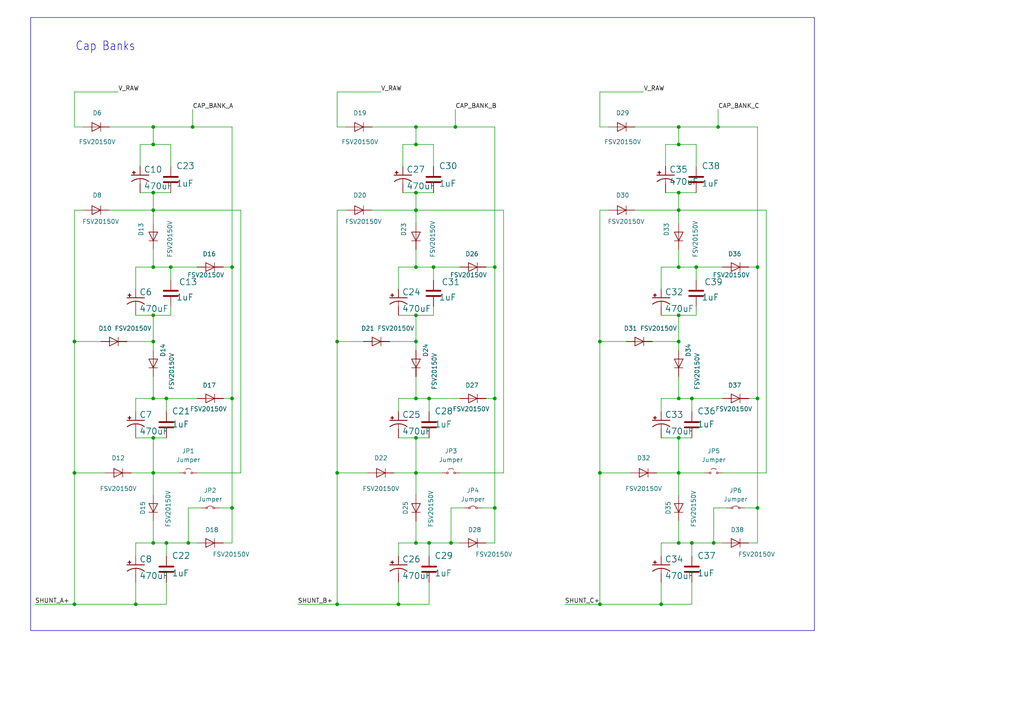
<source format=kicad_sch>
(kicad_sch (version 20231120) (generator "eeschema") (generator_version "8.0")
  (paper "A4")
  (lib_symbols
    (symbol "Component_Library:CHV1812N250105MXT" (pin_numbers hide) (pin_names (offset 0.254))
      (property "Reference" "C" (at 0.635 2.54 0))
      (property "Value" "CHV1812N250105MXT" (at 0.635 -2.54 0))
      (symbol "CHV1812N250105MXT_0_1"
        (polyline (pts (xy -2.032 -0.762) (xy 2.032 -0.762)) (stroke (width 0.508)))
        (polyline (pts (xy -2.032 0.762) (xy 2.032 0.762)) (stroke (width 0.508)))
      )
      (symbol "CHV1812N250105MXT_1_1"
        (pin passive line (at 0 3.81 270) (length 2.794) (name "~") (number "1"))
        (pin passive line (at 0 -3.81 90) (length 2.794) (name "~") (number "2"))
      )
    )
    (symbol "Component_Library:FSV20150V" (pin_numbers hide) (pin_names hide)
      (property "Reference" "D" (at 0 2.54 0))
      (property "Value" "FSV20150V" (at 0 -2.54 0))
      (symbol "FSV20150V_0_1"
        (polyline (pts (xy -1.27 -1.27) (xy -1.27 1.27)))
        (polyline (pts (xy 1.27 0) (xy -1.27 0)))
        (polyline (pts (xy 1.27 1.27) (xy 1.27 -1.27) (xy -1.27 0) (xy 1.27 1.27)) (stroke (width 0.2032)))
      )
      (symbol "FSV20150V_1_0"
        (pin passive line (at 3.81 0 180) (length 2.54) (name "K") (number "3"))
      )
      (symbol "FSV20150V_1_1"
        (pin passive line (at -3.81 0 0) (length 2.54) (name "A") (number "1"))
        (pin passive line (at -3.81 0 0) (length 2.54) (name "A") (number "2"))
      )
    )
    (symbol "Jumper:Jumper_2_Small_Bridged" (pin_numbers hide) (pin_names (offset 0) hide) (exclude_from_sim yes)
      (property "Reference" "JP" (at 0 2.032 0))
      (property "Value" "Jumper_2_Small_Bridged" (at 0 -2.286 0))
      (symbol "Jumper_2_Small_Bridged_0_0"
        (circle (center -1.016 0) (radius 0.254))
        (circle (center 1.016 0) (radius 0.254))
      )
      (symbol "Jumper_2_Small_Bridged_0_1"
        (arc (start 0.762 0.254) (mid 0 0.5696) (end -0.762 0.254))
      )
      (symbol "Jumper_2_Small_Bridged_1_1"
        (pin passive line (at -2.54 0 0) (length 1.27) (name "A") (number "1"))
        (pin passive line (at 2.54 0 180) (length 1.27) (name "B") (number "2"))
      )
    )
    (symbol "Jumper:Jumper_2_Small_Open" (pin_numbers hide) (pin_names (offset 0) hide) (exclude_from_sim yes)
      (property "Reference" "JP" (at 0 2.794 0))
      (property "Value" "Jumper_2_Small_Open" (at 0 -2.286 0))
      (symbol "Jumper_2_Small_Open_0_0"
        (circle (center -1.016 0) (radius 0.254))
        (circle (center 1.016 0) (radius 0.254))
      )
      (symbol "Jumper_2_Small_Open_0_1"
        (arc (start 0.762 1.0196) (mid 0 1.2729) (end -0.762 1.0196))
      )
      (symbol "Jumper_2_Small_Open_1_1"
        (pin passive line (at -2.54 0 0) (length 1.27) (name "A") (number "1"))
        (pin passive line (at 2.54 0 180) (length 1.27) (name "B") (number "2"))
      )
    )
    (symbol "main-eagle-import:1000UF-RADIAL-5MM-25V-20%"
      (property "Reference" "C" (at 1.016 0.635 0))
      (symbol "1000UF-RADIAL-5MM-25V-20%_1_0"
        (rectangle (start -2.253 0.668) (end -1.364 0.795) (fill (type outline)))
        (rectangle (start -1.872 0.287) (end -1.745 1.176) (fill (type outline)))
        (arc (start 0 -1.0161) (mid -1.3021 -1.2303) (end -2.4669 -1.8504) (stroke (width 0.254)))
        (polyline (pts (xy -2.54 0) (xy 2.54 0)) (stroke (width 0.254)))
        (polyline (pts (xy 0 -1.016) (xy 0 -2.54)) (stroke (width 0.1524)))
        (arc (start 2.4892 -1.8541) (mid 1.3158 -1.2194) (end 0 -1) (stroke (width 0.254)))
        (pin passive line (at 0 2.54 270) (length 2.54) (name "+") (number "+"))
        (pin passive line (at 0 -5.08 90) (length 2.54) (name "-") (number "-"))
      )
    )
  )
  (junction (at 21.59 137.16))
  (junction (at 44.45 36.83))
  (junction (at 67.31 147.32))
  (junction (at 219.71 77.47))
  (junction (at 132.08 36.83))
  (junction (at 21.59 175.26))
  (junction (at 196.85 41.91))
  (junction (at 44.45 55.88))
  (junction (at 196.85 55.88))
  (junction (at 120.65 99.06))
  (junction (at 44.45 99.06))
  (junction (at 124.46 157.48))
  (junction (at 44.45 77.47))
  (junction (at 44.45 115.57))
  (junction (at 120.65 157.48))
  (junction (at 196.85 137.16))
  (junction (at 143.51 115.57))
  (junction (at 120.65 137.16))
  (junction (at 196.85 157.48))
  (junction (at 219.71 115.57))
  (junction (at 48.26 115.57))
  (junction (at 120.65 91.44))
  (junction (at 196.85 60.96))
  (junction (at 120.65 127))
  (junction (at 196.85 115.57))
  (junction (at 196.85 77.47))
  (junction (at 191.77 175.26))
  (junction (at 55.88 36.83))
  (junction (at 120.65 60.96))
  (junction (at 44.45 41.91))
  (junction (at 130.81 157.48))
  (junction (at 54.61 157.48))
  (junction (at 196.85 127))
  (junction (at 67.31 77.47))
  (junction (at 44.45 157.48))
  (junction (at 120.65 36.83))
  (junction (at 143.51 77.47))
  (junction (at 200.66 115.57))
  (junction (at 207.01 157.48))
  (junction (at 196.85 36.83))
  (junction (at 124.46 115.57))
  (junction (at 143.51 147.32))
  (junction (at 39.37 175.26))
  (junction (at 196.85 91.44))
  (junction (at 44.45 91.44))
  (junction (at 125.73 77.47))
  (junction (at 173.99 137.16))
  (junction (at 97.79 99.06))
  (junction (at 120.65 115.57))
  (junction (at 44.45 127))
  (junction (at 115.57 175.26))
  (junction (at 219.71 147.32))
  (junction (at 173.99 175.26))
  (junction (at 173.99 99.06))
  (junction (at 200.66 157.48))
  (junction (at 44.45 60.96))
  (junction (at 44.45 137.16))
  (junction (at 21.59 99.06))
  (junction (at 120.65 55.88))
  (junction (at 120.65 41.91))
  (junction (at 97.79 175.26))
  (junction (at 196.85 99.06))
  (junction (at 67.31 115.57))
  (junction (at 120.65 77.47))
  (junction (at 201.93 77.47))
  (junction (at 49.53 77.47))
  (junction (at 48.26 157.48))
  (junction (at 97.79 137.16))
  (junction (at 208.28 36.83))
  (wire (pts (xy 133.35 137.16) (xy 146.05 137.16)))
  (wire (pts (xy 143.51 147.32) (xy 143.51 157.48)))
  (wire (pts (xy 67.31 115.57) (xy 67.31 147.32)))
  (wire (pts (xy 130.81 147.32) (xy 130.81 157.48)))
  (wire (pts (xy 120.65 115.57) (xy 124.46 115.57)))
  (wire (pts (xy 40.64 41.91) (xy 40.64 48.26)))
  (wire (pts (xy 120.65 36.83) (xy 120.65 41.91)))
  (wire (pts (xy 143.51 36.83) (xy 132.08 36.83)))
  (wire (pts (xy 208.28 31.75) (xy 208.28 36.83)))
  (wire (pts (xy 196.85 137.16) (xy 204.47 137.16)))
  (wire (pts (xy 201.93 77.47) (xy 201.93 81.28)))
  (wire (pts (xy 21.59 99.06) (xy 21.59 137.16)))
  (wire (pts (xy 39.37 168.91) (xy 39.37 175.26)))
  (wire (pts (xy 49.53 91.44) (xy 44.45 91.44)))
  (wire (pts (xy 21.59 36.83) (xy 24.13 36.83)))
  (wire (pts (xy 120.65 60.96) (xy 120.65 64.77)))
  (wire (pts (xy 39.37 77.47) (xy 44.45 77.47)))
  (wire (pts (xy 139.7 147.32) (xy 143.51 147.32)))
  (wire (pts (xy 39.37 115.57) (xy 39.37 119.38)))
  (wire (pts (xy 191.77 91.44) (xy 196.85 91.44)))
  (wire (pts (xy 57.15 137.16) (xy 69.85 137.16)))
  (wire (pts (xy 173.99 26.67) (xy 173.99 36.83)))
  (wire (pts (xy 143.51 77.47) (xy 143.51 115.57)))
  (wire (pts (xy 115.57 168.91) (xy 115.57 175.26)))
  (wire (pts (xy 124.46 175.26) (xy 115.57 175.26)))
  (wire (pts (xy 196.85 127) (xy 200.66 127)))
  (wire (pts (xy 39.37 77.47) (xy 39.37 83.82)))
  (wire (pts (xy 115.57 91.44) (xy 120.65 91.44)))
  (wire (pts (xy 207.01 147.32) (xy 207.01 157.48)))
  (wire (pts (xy 21.59 99.06) (xy 29.21 99.06)))
  (wire (pts (xy 143.51 115.57) (xy 143.51 147.32)))
  (wire (pts (xy 217.17 115.57) (xy 219.71 115.57)))
  (wire (pts (xy 21.59 60.96) (xy 21.59 99.06)))
  (wire (pts (xy 201.93 41.91) (xy 201.93 48.26)))
  (wire (pts (xy 115.57 77.47) (xy 120.65 77.47)))
  (wire (pts (xy 120.65 137.16) (xy 120.65 143.51)))
  (wire (pts (xy 190.5 137.16) (xy 196.85 137.16)))
  (wire (pts (xy 196.85 137.16) (xy 196.85 143.51)))
  (wire (pts (xy 120.65 157.48) (xy 124.46 157.48)))
  (wire (pts (xy 21.59 60.96) (xy 24.13 60.96)))
  (wire (pts (xy 10.16 175.26) (xy 21.59 175.26)))
  (wire (pts (xy 193.04 41.91) (xy 196.85 41.91)))
  (wire (pts (xy 173.99 26.67) (xy 186.69 26.67)))
  (wire (pts (xy 143.51 157.48) (xy 140.97 157.48)))
  (wire (pts (xy 124.46 115.57) (xy 133.35 115.57)))
  (wire (pts (xy 219.71 157.48) (xy 217.17 157.48)))
  (wire (pts (xy 48.26 157.48) (xy 54.61 157.48)))
  (wire (pts (xy 21.59 175.26) (xy 39.37 175.26)))
  (wire (pts (xy 200.66 175.26) (xy 191.77 175.26)))
  (wire (pts (xy 67.31 157.48) (xy 64.77 157.48)))
  (wire (pts (xy 173.99 36.83) (xy 176.53 36.83)))
  (wire (pts (xy 36.83 99.06) (xy 44.45 99.06)))
  (wire (pts (xy 49.53 77.47) (xy 49.53 81.28)))
  (wire (pts (xy 38.1 137.16) (xy 44.45 137.16)))
  (wire (pts (xy 173.99 137.16) (xy 182.88 137.16)))
  (wire (pts (xy 97.79 60.96) (xy 97.79 99.06)))
  (wire (pts (xy 39.37 157.48) (xy 44.45 157.48)))
  (wire (pts (xy 21.59 137.16) (xy 21.59 175.26)))
  (wire (pts (xy 97.79 137.16) (xy 106.68 137.16)))
  (wire (pts (xy 49.53 77.47) (xy 57.15 77.47)))
  (wire (pts (xy 196.85 55.88) (xy 196.85 60.96)))
  (wire (pts (xy 116.84 41.91) (xy 120.65 41.91)))
  (wire (pts (xy 200.66 115.57) (xy 200.66 119.38)))
  (wire (pts (xy 146.05 137.16) (xy 146.05 60.96)))
  (wire (pts (xy 97.79 26.67) (xy 110.49 26.67)))
  (wire (pts (xy 196.85 60.96) (xy 196.85 64.77)))
  (wire (pts (xy 31.75 36.83) (xy 44.45 36.83)))
  (wire (pts (xy 196.85 115.57) (xy 200.66 115.57)))
  (wire (pts (xy 48.26 157.48) (xy 48.26 161.29)))
  (wire (pts (xy 125.73 77.47) (xy 125.73 81.28)))
  (wire (pts (xy 44.45 137.16) (xy 44.45 143.51)))
  (wire (pts (xy 124.46 168.91) (xy 124.46 175.26)))
  (wire (pts (xy 54.61 157.48) (xy 57.15 157.48)))
  (wire (pts (xy 219.71 77.47) (xy 219.71 115.57)))
  (wire (pts (xy 97.79 99.06) (xy 97.79 137.16)))
  (wire (pts (xy 63.5 147.32) (xy 67.31 147.32)))
  (wire (pts (xy 97.79 99.06) (xy 105.41 99.06)))
  (wire (pts (xy 115.57 115.57) (xy 120.65 115.57)))
  (wire (pts (xy 173.99 60.96) (xy 173.99 99.06)))
  (wire (pts (xy 209.55 137.16) (xy 222.25 137.16)))
  (wire (pts (xy 115.57 157.48) (xy 115.57 161.29)))
  (wire (pts (xy 196.85 99.06) (xy 196.85 101.6)))
  (wire (pts (xy 86.36 175.26) (xy 97.79 175.26)))
  (wire (pts (xy 173.99 60.96) (xy 176.53 60.96)))
  (wire (pts (xy 140.97 77.47) (xy 143.51 77.47)))
  (wire (pts (xy 49.53 41.91) (xy 49.53 48.26)))
  (wire (pts (xy 173.99 99.06) (xy 181.61 99.06)))
  (wire (pts (xy 67.31 36.83) (xy 55.88 36.83)))
  (wire (pts (xy 191.77 115.57) (xy 196.85 115.57)))
  (wire (pts (xy 44.45 127) (xy 48.26 127)))
  (wire (pts (xy 44.45 157.48) (xy 48.26 157.48)))
  (wire (pts (xy 44.45 41.91) (xy 49.53 41.91)))
  (wire (pts (xy 196.85 55.88) (xy 201.93 55.88)))
  (wire (pts (xy 191.77 168.91) (xy 191.77 175.26)))
  (wire (pts (xy 201.93 88.9) (xy 201.93 91.44)))
  (wire (pts (xy 116.84 41.91) (xy 116.84 48.26)))
  (wire (pts (xy 125.73 91.44) (xy 120.65 91.44)))
  (wire (pts (xy 120.65 77.47) (xy 125.73 77.47)))
  (wire (pts (xy 215.9 147.32) (xy 219.71 147.32)))
  (wire (pts (xy 40.64 41.91) (xy 44.45 41.91)))
  (wire (pts (xy 115.57 127) (xy 120.65 127)))
  (wire (pts (xy 173.99 175.26) (xy 191.77 175.26)))
  (wire (pts (xy 44.45 137.16) (xy 52.07 137.16)))
  (wire (pts (xy 48.26 175.26) (xy 39.37 175.26)))
  (wire (pts (xy 44.45 72.39) (xy 44.45 77.47)))
  (wire (pts (xy 191.77 115.57) (xy 191.77 119.38)))
  (wire (pts (xy 44.45 55.88) (xy 44.45 60.96)))
  (wire (pts (xy 31.75 60.96) (xy 44.45 60.96)))
  (wire (pts (xy 222.25 60.96) (xy 196.85 60.96)))
  (wire (pts (xy 132.08 36.83) (xy 120.65 36.83)))
  (wire (pts (xy 120.65 72.39) (xy 120.65 77.47)))
  (wire (pts (xy 124.46 157.48) (xy 124.46 161.29)))
  (wire (pts (xy 67.31 36.83) (xy 67.31 77.47)))
  (wire (pts (xy 64.77 77.47) (xy 67.31 77.47)))
  (wire (pts (xy 219.71 147.32) (xy 219.71 157.48)))
  (wire (pts (xy 191.77 157.48) (xy 196.85 157.48)))
  (wire (pts (xy 200.66 115.57) (xy 209.55 115.57)))
  (wire (pts (xy 193.04 55.88) (xy 196.85 55.88)))
  (wire (pts (xy 196.85 109.22) (xy 196.85 115.57)))
  (wire (pts (xy 140.97 115.57) (xy 143.51 115.57)))
  (wire (pts (xy 107.95 60.96) (xy 120.65 60.96)))
  (wire (pts (xy 124.46 157.48) (xy 130.81 157.48)))
  (wire (pts (xy 196.85 157.48) (xy 200.66 157.48)))
  (wire (pts (xy 113.03 99.06) (xy 120.65 99.06)))
  (wire (pts (xy 21.59 137.16) (xy 30.48 137.16)))
  (wire (pts (xy 200.66 168.91) (xy 200.66 175.26)))
  (wire (pts (xy 44.45 91.44) (xy 44.45 99.06)))
  (wire (pts (xy 217.17 77.47) (xy 219.71 77.47)))
  (wire (pts (xy 191.77 157.48) (xy 191.77 161.29)))
  (wire (pts (xy 210.82 147.32) (xy 207.01 147.32)))
  (wire (pts (xy 39.37 127) (xy 44.45 127)))
  (wire (pts (xy 97.79 36.83) (xy 100.33 36.83)))
  (wire (pts (xy 130.81 157.48) (xy 133.35 157.48)))
  (wire (pts (xy 196.85 77.47) (xy 201.93 77.47)))
  (wire (pts (xy 196.85 41.91) (xy 201.93 41.91)))
  (wire (pts (xy 44.45 55.88) (xy 49.53 55.88)))
  (wire (pts (xy 146.05 60.96) (xy 120.65 60.96)))
  (wire (pts (xy 125.73 77.47) (xy 133.35 77.47)))
  (wire (pts (xy 120.65 109.22) (xy 120.65 115.57)))
  (wire (pts (xy 193.04 41.91) (xy 193.04 48.26)))
  (wire (pts (xy 44.45 36.83) (xy 44.45 41.91)))
  (wire (pts (xy 64.77 115.57) (xy 67.31 115.57)))
  (wire (pts (xy 191.77 77.47) (xy 191.77 83.82)))
  (wire (pts (xy 39.37 115.57) (xy 44.45 115.57)))
  (wire (pts (xy 39.37 91.44) (xy 44.45 91.44)))
  (wire (pts (xy 55.88 36.83) (xy 44.45 36.83)))
  (wire (pts (xy 44.45 115.57) (xy 48.26 115.57)))
  (wire (pts (xy 200.66 157.48) (xy 200.66 161.29)))
  (wire (pts (xy 115.57 77.47) (xy 115.57 83.82)))
  (wire (pts (xy 44.45 109.22) (xy 44.45 115.57)))
  (wire (pts (xy 200.66 157.48) (xy 207.01 157.48)))
  (wire (pts (xy 219.71 36.83) (xy 208.28 36.83)))
  (wire (pts (xy 40.64 55.88) (xy 44.45 55.88)))
  (wire (pts (xy 173.99 137.16) (xy 173.99 175.26)))
  (wire (pts (xy 184.15 36.83) (xy 196.85 36.83)))
  (wire (pts (xy 58.42 147.32) (xy 54.61 147.32)))
  (wire (pts (xy 21.59 26.67) (xy 34.29 26.67)))
  (wire (pts (xy 120.65 127) (xy 120.65 137.16)))
  (wire (pts (xy 44.45 99.06) (xy 44.45 101.6)))
  (wire (pts (xy 97.79 26.67) (xy 97.79 36.83)))
  (wire (pts (xy 97.79 175.26) (xy 115.57 175.26)))
  (wire (pts (xy 196.85 151.13) (xy 196.85 157.48)))
  (wire (pts (xy 201.93 77.47) (xy 209.55 77.47)))
  (wire (pts (xy 208.28 36.83) (xy 196.85 36.83)))
  (wire (pts (xy 49.53 88.9) (xy 49.53 91.44)))
  (wire (pts (xy 67.31 147.32) (xy 67.31 157.48)))
  (wire (pts (xy 67.31 77.47) (xy 67.31 115.57)))
  (wire (pts (xy 120.65 55.88) (xy 125.73 55.88)))
  (wire (pts (xy 196.85 127) (xy 196.85 137.16)))
  (wire (pts (xy 97.79 60.96) (xy 100.33 60.96)))
  (wire (pts (xy 124.46 115.57) (xy 124.46 119.38)))
  (wire (pts (xy 120.65 91.44) (xy 120.65 99.06)))
  (wire (pts (xy 48.26 168.91) (xy 48.26 175.26)))
  (wire (pts (xy 125.73 41.91) (xy 125.73 48.26)))
  (wire (pts (xy 125.73 88.9) (xy 125.73 91.44)))
  (wire (pts (xy 107.95 36.83) (xy 120.65 36.83)))
  (wire (pts (xy 44.45 77.47) (xy 49.53 77.47)))
  (wire (pts (xy 134.62 147.32) (xy 130.81 147.32)))
  (wire (pts (xy 115.57 157.48) (xy 120.65 157.48)))
  (wire (pts (xy 69.85 60.96) (xy 44.45 60.96)))
  (wire (pts (xy 196.85 36.83) (xy 196.85 41.91)))
  (wire (pts (xy 44.45 151.13) (xy 44.45 157.48)))
  (wire (pts (xy 191.77 77.47) (xy 196.85 77.47)))
  (wire (pts (xy 54.61 147.32) (xy 54.61 157.48)))
  (wire (pts (xy 196.85 72.39) (xy 196.85 77.47)))
  (wire (pts (xy 219.71 115.57) (xy 219.71 147.32)))
  (wire (pts (xy 120.65 41.91) (xy 125.73 41.91)))
  (wire (pts (xy 163.83 175.26) (xy 173.99 175.26)))
  (wire (pts (xy 116.84 55.88) (xy 120.65 55.88)))
  (wire (pts (xy 219.71 36.83) (xy 219.71 77.47)))
  (wire (pts (xy 191.77 127) (xy 196.85 127)))
  (wire (pts (xy 132.08 31.75) (xy 132.08 36.83)))
  (wire (pts (xy 69.85 137.16) (xy 69.85 60.96)))
  (wire (pts (xy 120.65 151.13) (xy 120.65 157.48)))
  (wire (pts (xy 55.88 31.75) (xy 55.88 36.83)))
  (wire (pts (xy 143.51 36.83) (xy 143.51 77.47)))
  (wire (pts (xy 39.37 157.48) (xy 39.37 161.29)))
  (wire (pts (xy 115.57 115.57) (xy 115.57 119.38)))
  (wire (pts (xy 120.65 99.06) (xy 120.65 101.6)))
  (wire (pts (xy 196.85 91.44) (xy 196.85 99.06)))
  (wire (pts (xy 201.93 91.44) (xy 196.85 91.44)))
  (wire (pts (xy 189.23 99.06) (xy 196.85 99.06)))
  (wire (pts (xy 173.99 99.06) (xy 173.99 137.16)))
  (wire (pts (xy 44.45 60.96) (xy 44.45 64.77)))
  (wire (pts (xy 48.26 115.57) (xy 57.15 115.57)))
  (wire (pts (xy 120.65 137.16) (xy 128.27 137.16)))
  (wire (pts (xy 184.15 60.96) (xy 196.85 60.96)))
  (wire (pts (xy 21.59 26.67) (xy 21.59 36.83)))
  (wire (pts (xy 207.01 157.48) (xy 209.55 157.48)))
  (wire (pts (xy 222.25 137.16) (xy 222.25 60.96)))
  (wire (pts (xy 97.79 137.16) (xy 97.79 175.26)))
  (wire (pts (xy 120.65 127) (xy 124.46 127)))
  (wire (pts (xy 120.65 55.88) (xy 120.65 60.96)))
  (wire (pts (xy 114.3 137.16) (xy 120.65 137.16)))
  (wire (pts (xy 48.26 115.57) (xy 48.26 119.38)))
  (wire (pts (xy 44.45 127) (xy 44.45 137.16)))
  (rectangle (start 8.89 5.08) (end 236.22 182.88))
  (text "Cap Banks" (at 21.844 14.986 0) (effects (font (size 2.54 2.159)) (justify left bottom)))
  (label "SHUNT_B+" (at 86.36 175.26 0))
  (label "V_RAW" (at 186.69 26.67 0))
  (label "SHUNT_C+" (at 163.83 175.26 0))
  (label "CAP_BANK_B" (at 132.08 31.75 0))
  (label "CAP_BANK_A" (at 55.88 31.75 0))
  (label "V_RAW" (at 110.49 26.67 0))
  (label "CAP_BANK_C" (at 208.28 31.75 0))
  (label "V_RAW" (at 34.29 26.67 0))
  (label "SHUNT_A+" (at 10.16 175.26 0))
  (symbol (lib_id "Component_Library:CHV1812N250105MXT") (at 125.73 52.07 0) (unit 1)
    (property "Reference" "C30" (at 127.254 49.149 0) (effects (font (size 1.778 1.778)) (justify left bottom)))
    (property "Value" "1uF" (at 127.254 54.229 0) (effects (font (size 1.778 1.778)) (justify left bottom)))
    (property "Footprint" "Capacitor_SMD:C_1812_4532Metric" (effects (hide yes)))
    (property "Datasheet" "https://88ce57.p3cdn1.secureserver.net/wp-content/uploads/2023/01/chv_series-1.pdf" (effects (hide yes)))
    (property "Description" "HVCAP1812 X7R 1UF 20% 250V" (effects (hide yes)))
  )
  (symbol (lib_id "Component_Library:FSV20150V") (at 120.65 105.41 270) (mirror x) (unit 1)
    (property "Reference" "D24" (at 123.444 101.6 0))
    (property "Value" "FSV20150V" (at 125.984 107.696 0))
    (property "Footprint" "Package_TO_SOT_SMD:TO-277A" (effects (hide yes)))
    (property "Datasheet" "https://www.onsemi.com/pdf/datasheet/fsv20150v-d.pdf" (effects (hide yes)))
    (property "Description" "DIODE SCHOTTKY 150V 20A TO277-3" (effects (hide yes)))
    (property "Sim.Device" "D" (effects (hide yes)))
    (property "Sim.Pins" "1=K 2=A" (effects (hide yes)))
  )
  (symbol (lib_id "Component_Library:FSV20150V") (at 60.96 77.47 0) (mirror y) (unit 1)
    (property "Reference" "D16" (at 60.706 73.66 0))
    (property "Value" "FSV20150V" (at 59.69 79.756 0))
    (property "Footprint" "Package_TO_SOT_SMD:TO-277A" (effects (hide yes)))
    (property "Datasheet" "https://www.onsemi.com/pdf/datasheet/fsv20150v-d.pdf" (effects (hide yes)))
    (property "Description" "DIODE SCHOTTKY 150V 20A TO277-3" (effects (hide yes)))
    (property "Sim.Device" "D" (effects (hide yes)))
    (property "Sim.Pins" "1=K 2=A" (effects (hide yes)))
  )
  (symbol (lib_id "Component_Library:FSV20150V") (at 44.45 68.58 270) (mirror x) (unit 1)
    (property "Reference" "D13" (at 40.894 66.548 0))
    (property "Value" "FSV20150V" (at 49.276 69.342 0))
    (property "Footprint" "Package_TO_SOT_SMD:TO-277A" (effects (hide yes)))
    (property "Datasheet" "https://www.onsemi.com/pdf/datasheet/fsv20150v-d.pdf" (effects (hide yes)))
    (property "Description" "DIODE SCHOTTKY 150V 20A TO277-3" (effects (hide yes)))
    (property "Sim.Device" "D" (effects (hide yes)))
    (property "Sim.Pins" "1=K 2=A" (effects (hide yes)))
  )
  (symbol (lib_id "main-eagle-import:1000UF-RADIAL-5MM-25V-20%") (at 39.37 163.83 0) (unit 1)
    (property "Reference" "C8" (at 40.386 163.195 0) (effects (font (size 1.778 1.778)) (justify left bottom)))
    (property "Value" "470uF" (at 40.386 168.021 0) (effects (font (size 1.778 1.778)) (justify left bottom)))
    (property "Footprint" "main:CPOL-RADIAL-5MM-10MM" (effects (hide yes)))
  )
  (symbol (lib_id "Component_Library:FSV20150V") (at 120.65 147.32 270) (mirror x) (unit 1)
    (property "Reference" "D25" (at 117.602 147.32 0))
    (property "Value" "FSV20150V" (at 124.968 147.574 0))
    (property "Footprint" "Package_TO_SOT_SMD:TO-277A" (effects (hide yes)))
    (property "Datasheet" "https://www.onsemi.com/pdf/datasheet/fsv20150v-d.pdf" (effects (hide yes)))
    (property "Description" "DIODE SCHOTTKY 150V 20A TO277-3" (effects (hide yes)))
    (property "Sim.Device" "D" (effects (hide yes)))
    (property "Sim.Pins" "1=K 2=A" (effects (hide yes)))
  )
  (symbol (lib_id "Component_Library:CHV1812N250105MXT") (at 200.66 123.19 0) (unit 1)
    (property "Reference" "C36" (at 202.184 120.269 0) (effects (font (size 1.778 1.778)) (justify left bottom)))
    (property "Value" "1uF" (at 202.184 124.079 0) (effects (font (size 1.778 1.778)) (justify left bottom)))
    (property "Footprint" "Capacitor_SMD:C_1812_4532Metric" (effects (hide yes)))
    (property "Datasheet" "https://88ce57.p3cdn1.secureserver.net/wp-content/uploads/2023/01/chv_series-1.pdf" (effects (hide yes)))
    (property "Description" "HVCAP1812 X7R 1UF 20% 250V" (effects (hide yes)))
  )
  (symbol (lib_id "main-eagle-import:1000UF-RADIAL-5MM-25V-20%") (at 116.84 50.8 0) (unit 1)
    (property "Reference" "C27" (at 117.856 50.165 0) (effects (font (size 1.778 1.778)) (justify left bottom)))
    (property "Value" "470uF" (at 117.856 54.991 0) (effects (font (size 1.778 1.778)) (justify left bottom)))
    (property "Footprint" "main:CPOL-RADIAL-5MM-10MM" (effects (hide yes)))
  )
  (symbol (lib_id "main-eagle-import:1000UF-RADIAL-5MM-25V-20%") (at 191.77 163.83 0) (unit 1)
    (property "Reference" "C34" (at 192.786 163.195 0) (effects (font (size 1.778 1.778)) (justify left bottom)))
    (property "Value" "470uF" (at 192.786 168.021 0) (effects (font (size 1.778 1.778)) (justify left bottom)))
    (property "Footprint" "main:CPOL-RADIAL-5MM-10MM" (effects (hide yes)))
  )
  (symbol (lib_id "Component_Library:FSV20150V") (at 44.45 147.32 270) (mirror x) (unit 1)
    (property "Reference" "D15" (at 41.402 147.32 0))
    (property "Value" "FSV20150V" (at 48.768 147.574 0))
    (property "Footprint" "Package_TO_SOT_SMD:TO-277A" (effects (hide yes)))
    (property "Datasheet" "https://www.onsemi.com/pdf/datasheet/fsv20150v-d.pdf" (effects (hide yes)))
    (property "Description" "DIODE SCHOTTKY 150V 20A TO277-3" (effects (hide yes)))
    (property "Sim.Device" "D" (effects (hide yes)))
    (property "Sim.Pins" "1=K 2=A" (effects (hide yes)))
  )
  (symbol (lib_id "main-eagle-import:1000UF-RADIAL-5MM-25V-20%") (at 191.77 121.92 0) (unit 1)
    (property "Reference" "C33" (at 192.786 121.285 0) (effects (font (size 1.778 1.778)) (justify left bottom)))
    (property "Value" "470uF" (at 192.786 126.111 0) (effects (font (size 1.778 1.778)) (justify left bottom)))
    (property "Footprint" "main:CPOL-RADIAL-5MM-10MM" (effects (hide yes)))
  )
  (symbol (lib_id "Component_Library:CHV1812N250105MXT") (at 201.93 52.07 0) (unit 1)
    (property "Reference" "C38" (at 203.454 49.149 0) (effects (font (size 1.778 1.778)) (justify left bottom)))
    (property "Value" "1uF" (at 203.454 54.229 0) (effects (font (size 1.778 1.778)) (justify left bottom)))
    (property "Footprint" "Capacitor_SMD:C_1812_4532Metric" (effects (hide yes)))
    (property "Datasheet" "https://88ce57.p3cdn1.secureserver.net/wp-content/uploads/2023/01/chv_series-1.pdf" (effects (hide yes)))
    (property "Description" "HVCAP1812 X7R 1UF 20% 250V" (effects (hide yes)))
  )
  (symbol (lib_id "Component_Library:FSV20150V") (at 104.14 36.83 0) (mirror y) (unit 1)
    (property "Reference" "D19" (at 104.394 32.766 0))
    (property "Value" "FSV20150V" (at 104.394 41.148 0))
    (property "Footprint" "Package_TO_SOT_SMD:TO-277A" (effects (hide yes)))
    (property "Datasheet" "https://www.onsemi.com/pdf/datasheet/fsv20150v-d.pdf" (effects (hide yes)))
    (property "Description" "DIODE SCHOTTKY 150V 20A TO277-3" (effects (hide yes)))
    (property "Sim.Device" "D" (effects (hide yes)))
    (property "Sim.Pins" "1=K 2=A" (effects (hide yes)))
  )
  (symbol (lib_id "Component_Library:FSV20150V") (at 213.36 157.48 0) (mirror y) (unit 1)
    (property "Reference" "D38" (at 213.868 153.67 0))
    (property "Value" "FSV20150V" (at 219.456 160.782 0))
    (property "Footprint" "Package_TO_SOT_SMD:TO-277A" (effects (hide yes)))
    (property "Datasheet" "https://www.onsemi.com/pdf/datasheet/fsv20150v-d.pdf" (effects (hide yes)))
    (property "Description" "DIODE SCHOTTKY 150V 20A TO277-3" (effects (hide yes)))
    (property "Sim.Device" "D" (effects (hide yes)))
    (property "Sim.Pins" "1=K 2=A" (effects (hide yes)))
  )
  (symbol (lib_id "Component_Library:FSV20150V") (at 33.02 99.06 0) (mirror y) (unit 1)
    (property "Reference" "D10" (at 30.48 95.25 0))
    (property "Value" "FSV20150V" (at 38.608 95.25 0))
    (property "Footprint" "Package_TO_SOT_SMD:TO-277A" (effects (hide yes)))
    (property "Datasheet" "https://www.onsemi.com/pdf/datasheet/fsv20150v-d.pdf" (effects (hide yes)))
    (property "Description" "DIODE SCHOTTKY 150V 20A TO277-3" (effects (hide yes)))
    (property "Sim.Device" "D" (effects (hide yes)))
    (property "Sim.Pins" "1=K 2=A" (effects (hide yes)))
  )
  (symbol (lib_id "Jumper:Jumper_2_Small_Open") (at 130.81 137.16 0) (unit 1) (exclude_from_sim yes)
    (property "Reference" "JP3" (at 130.81 130.81 0))
    (property "Value" "Jumper" (at 130.81 133.35 0))
    (property "Footprint" "Jumper:SolderJumper-2_P1.3mm_Open_RoundedPad1.0x1.5mm" (effects (hide yes)))
    (property "Description" "Jumper, 2-pole, small symbol, open" (effects (hide yes)))
  )
  (symbol (lib_id "Jumper:Jumper_2_Small_Bridged") (at 60.96 147.32 0) (unit 1) (exclude_from_sim yes)
    (property "Reference" "JP2" (at 60.96 142.24 0))
    (property "Value" "Jumper" (at 60.96 144.78 0))
    (property "Footprint" "Jumper:SolderJumper-2_P1.3mm_Bridged2Bar_RoundedPad1.0x1.5mm" (effects (hide yes)))
    (property "Description" "Jumper, 2-pole, small symbol, bridged" (effects (hide yes)))
  )
  (symbol (lib_id "main-eagle-import:1000UF-RADIAL-5MM-25V-20%") (at 39.37 86.36 0) (unit 1)
    (property "Reference" "C6" (at 40.386 85.725 0) (effects (font (size 1.778 1.778)) (justify left bottom)))
    (property "Value" "470uF" (at 40.386 90.551 0) (effects (font (size 1.778 1.778)) (justify left bottom)))
    (property "Footprint" "main:CPOL-RADIAL-5MM-10MM" (effects (hide yes)))
  )
  (symbol (lib_id "main-eagle-import:1000UF-RADIAL-5MM-25V-20%") (at 115.57 86.36 0) (unit 1)
    (property "Reference" "C24" (at 116.586 85.725 0) (effects (font (size 1.778 1.778)) (justify left bottom)))
    (property "Value" "470uF" (at 116.586 90.551 0) (effects (font (size 1.778 1.778)) (justify left bottom)))
    (property "Footprint" "main:CPOL-RADIAL-5MM-10MM" (effects (hide yes)))
  )
  (symbol (lib_id "main-eagle-import:1000UF-RADIAL-5MM-25V-20%") (at 115.57 163.83 0) (unit 1)
    (property "Reference" "C26" (at 116.586 163.195 0) (effects (font (size 1.778 1.778)) (justify left bottom)))
    (property "Value" "470uF" (at 116.586 168.021 0) (effects (font (size 1.778 1.778)) (justify left bottom)))
    (property "Footprint" "main:CPOL-RADIAL-5MM-10MM" (effects (hide yes)))
  )
  (symbol (lib_id "Component_Library:FSV20150V") (at 110.49 137.16 0) (mirror y) (unit 1)
    (property "Reference" "D22" (at 110.49 132.842 0))
    (property "Value" "FSV20150V" (at 110.49 141.732 0))
    (property "Footprint" "Package_TO_SOT_SMD:TO-277A" (effects (hide yes)))
    (property "Datasheet" "https://www.onsemi.com/pdf/datasheet/fsv20150v-d.pdf" (effects (hide yes)))
    (property "Description" "DIODE SCHOTTKY 150V 20A TO277-3" (effects (hide yes)))
    (property "Sim.Device" "D" (effects (hide yes)))
    (property "Sim.Pins" "1=K 2=A" (effects (hide yes)))
  )
  (symbol (lib_id "Component_Library:CHV1812N250105MXT") (at 49.53 52.07 0) (unit 1)
    (property "Reference" "C23" (at 51.054 49.149 0) (effects (font (size 1.778 1.778)) (justify left bottom)))
    (property "Value" "1uF" (at 51.054 54.229 0) (effects (font (size 1.778 1.778)) (justify left bottom)))
    (property "Footprint" "Capacitor_SMD:C_1812_4532Metric" (effects (hide yes)))
    (property "Datasheet" "https://88ce57.p3cdn1.secureserver.net/wp-content/uploads/2023/01/chv_series-1.pdf" (effects (hide yes)))
    (property "Description" "HVCAP1812 X7R 1UF 20% 250V" (effects (hide yes)))
  )
  (symbol (lib_id "Component_Library:FSV20150V") (at 196.85 68.58 270) (mirror x) (unit 1)
    (property "Reference" "D33" (at 193.294 66.548 0))
    (property "Value" "FSV20150V" (at 201.676 69.342 0))
    (property "Footprint" "Package_TO_SOT_SMD:TO-277A" (effects (hide yes)))
    (property "Datasheet" "https://www.onsemi.com/pdf/datasheet/fsv20150v-d.pdf" (effects (hide yes)))
    (property "Description" "DIODE SCHOTTKY 150V 20A TO277-3" (effects (hide yes)))
    (property "Sim.Device" "D" (effects (hide yes)))
    (property "Sim.Pins" "1=K 2=A" (effects (hide yes)))
  )
  (symbol (lib_id "Component_Library:CHV1812N250105MXT") (at 124.46 123.19 0) (unit 1)
    (property "Reference" "C28" (at 125.984 120.269 0) (effects (font (size 1.778 1.778)) (justify left bottom)))
    (property "Value" "1uF" (at 125.984 124.079 0) (effects (font (size 1.778 1.778)) (justify left bottom)))
    (property "Footprint" "Capacitor_SMD:C_1812_4532Metric" (effects (hide yes)))
    (property "Datasheet" "https://88ce57.p3cdn1.secureserver.net/wp-content/uploads/2023/01/chv_series-1.pdf" (effects (hide yes)))
    (property "Description" "HVCAP1812 X7R 1UF 20% 250V" (effects (hide yes)))
  )
  (symbol (lib_id "Component_Library:FSV20150V") (at 120.65 68.58 270) (mirror x) (unit 1)
    (property "Reference" "D23" (at 117.094 66.548 0))
    (property "Value" "FSV20150V" (at 125.476 69.342 0))
    (property "Footprint" "Package_TO_SOT_SMD:TO-277A" (effects (hide yes)))
    (property "Datasheet" "https://www.onsemi.com/pdf/datasheet/fsv20150v-d.pdf" (effects (hide yes)))
    (property "Description" "DIODE SCHOTTKY 150V 20A TO277-3" (effects (hide yes)))
    (property "Sim.Device" "D" (effects (hide yes)))
    (property "Sim.Pins" "1=K 2=A" (effects (hide yes)))
  )
  (symbol (lib_id "main-eagle-import:1000UF-RADIAL-5MM-25V-20%") (at 193.04 50.8 0) (unit 1)
    (property "Reference" "C35" (at 194.056 50.165 0) (effects (font (size 1.778 1.778)) (justify left bottom)))
    (property "Value" "470uF" (at 194.056 53.721 0) (effects (font (size 1.778 1.778)) (justify left bottom)))
    (property "Footprint" "main:CPOL-RADIAL-5MM-10MM" (effects (hide yes)))
  )
  (symbol (lib_id "main-eagle-import:1000UF-RADIAL-5MM-25V-20%") (at 115.57 121.92 0) (unit 1)
    (property "Reference" "C25" (at 116.586 121.285 0) (effects (font (size 1.778 1.778)) (justify left bottom)))
    (property "Value" "470uF" (at 116.586 126.111 0) (effects (font (size 1.778 1.778)) (justify left bottom)))
    (property "Footprint" "main:CPOL-RADIAL-5MM-10MM" (effects (hide yes)))
  )
  (symbol (lib_id "Jumper:Jumper_2_Small_Bridged") (at 213.36 147.32 0) (unit 1) (exclude_from_sim yes)
    (property "Reference" "JP6" (at 213.36 142.24 0))
    (property "Value" "Jumper" (at 213.36 144.78 0))
    (property "Footprint" "Jumper:SolderJumper-2_P1.3mm_Bridged2Bar_RoundedPad1.0x1.5mm" (effects (hide yes)))
    (property "Description" "Jumper, 2-pole, small symbol, bridged" (effects (hide yes)))
  )
  (symbol (lib_id "Component_Library:FSV20150V") (at 44.45 105.41 270) (mirror x) (unit 1)
    (property "Reference" "D14" (at 47.244 101.6 0))
    (property "Value" "FSV20150V" (at 49.784 107.696 0))
    (property "Footprint" "Package_TO_SOT_SMD:TO-277A" (effects (hide yes)))
    (property "Datasheet" "https://www.onsemi.com/pdf/datasheet/fsv20150v-d.pdf" (effects (hide yes)))
    (property "Description" "DIODE SCHOTTKY 150V 20A TO277-3" (effects (hide yes)))
    (property "Sim.Device" "D" (effects (hide yes)))
    (property "Sim.Pins" "1=K 2=A" (effects (hide yes)))
  )
  (symbol (lib_id "Component_Library:FSV20150V") (at 137.16 77.47 0) (mirror y) (unit 1)
    (property "Reference" "D26" (at 136.906 73.66 0))
    (property "Value" "FSV20150V" (at 135.89 79.756 0))
    (property "Footprint" "Package_TO_SOT_SMD:TO-277A" (effects (hide yes)))
    (property "Datasheet" "https://www.onsemi.com/pdf/datasheet/fsv20150v-d.pdf" (effects (hide yes)))
    (property "Description" "DIODE SCHOTTKY 150V 20A TO277-3" (effects (hide yes)))
    (property "Sim.Device" "D" (effects (hide yes)))
    (property "Sim.Pins" "1=K 2=A" (effects (hide yes)))
  )
  (symbol (lib_id "Component_Library:CHV1812N250105MXT") (at 48.26 165.1 0) (unit 1)
    (property "Reference" "C22" (at 49.784 162.179 0) (effects (font (size 1.778 1.778)) (justify left bottom)))
    (property "Value" "1uF" (at 49.784 167.259 0) (effects (font (size 1.778 1.778)) (justify left bottom)))
    (property "Footprint" "Capacitor_SMD:C_1812_4532Metric" (effects (hide yes)))
    (property "Datasheet" "https://88ce57.p3cdn1.secureserver.net/wp-content/uploads/2023/01/chv_series-1.pdf" (effects (hide yes)))
    (property "Description" "HVCAP1812 X7R 1UF 20% 250V" (effects (hide yes)))
  )
  (symbol (lib_id "Component_Library:FSV20150V") (at 180.34 60.96 0) (mirror y) (unit 1)
    (property "Reference" "D30" (at 180.594 56.642 0))
    (property "Value" "FSV20150V" (at 181.61 64.262 0))
    (property "Footprint" "Package_TO_SOT_SMD:TO-277A" (effects (hide yes)))
    (property "Datasheet" "https://www.onsemi.com/pdf/datasheet/fsv20150v-d.pdf" (effects (hide yes)))
    (property "Description" "DIODE SCHOTTKY 150V 20A TO277-3" (effects (hide yes)))
    (property "Sim.Device" "D" (effects (hide yes)))
    (property "Sim.Pins" "1=K 2=A" (effects (hide yes)))
  )
  (symbol (lib_id "Component_Library:FSV20150V") (at 137.16 115.57 0) (mirror y) (unit 1)
    (property "Reference" "D27" (at 136.906 111.76 0))
    (property "Value" "FSV20150V" (at 136.652 118.618 0))
    (property "Footprint" "Package_TO_SOT_SMD:TO-277A" (effects (hide yes)))
    (property "Datasheet" "https://www.onsemi.com/pdf/datasheet/fsv20150v-d.pdf" (effects (hide yes)))
    (property "Description" "DIODE SCHOTTKY 150V 20A TO277-3" (effects (hide yes)))
    (property "Sim.Device" "D" (effects (hide yes)))
    (property "Sim.Pins" "1=K 2=A" (effects (hide yes)))
  )
  (symbol (lib_id "Component_Library:FSV20150V") (at 60.96 115.57 0) (mirror y) (unit 1)
    (property "Reference" "D17" (at 60.706 111.76 0))
    (property "Value" "FSV20150V" (at 60.452 118.618 0))
    (property "Footprint" "Package_TO_SOT_SMD:TO-277A" (effects (hide yes)))
    (property "Datasheet" "https://www.onsemi.com/pdf/datasheet/fsv20150v-d.pdf" (effects (hide yes)))
    (property "Description" "DIODE SCHOTTKY 150V 20A TO277-3" (effects (hide yes)))
    (property "Sim.Device" "D" (effects (hide yes)))
    (property "Sim.Pins" "1=K 2=A" (effects (hide yes)))
  )
  (symbol (lib_id "Jumper:Jumper_2_Small_Bridged") (at 137.16 147.32 0) (unit 1) (exclude_from_sim yes)
    (property "Reference" "JP4" (at 137.16 142.24 0))
    (property "Value" "Jumper" (at 137.16 144.78 0))
    (property "Footprint" "Jumper:SolderJumper-2_P1.3mm_Bridged2Bar_RoundedPad1.0x1.5mm" (effects (hide yes)))
    (property "Description" "Jumper, 2-pole, small symbol, bridged" (effects (hide yes)))
  )
  (symbol (lib_id "Component_Library:CHV1812N250105MXT") (at 48.26 123.19 0) (unit 1)
    (property "Reference" "C21" (at 49.784 120.269 0) (effects (font (size 1.778 1.778)) (justify left bottom)))
    (property "Value" "1uF" (at 49.784 124.079 0) (effects (font (size 1.778 1.778)) (justify left bottom)))
    (property "Footprint" "Capacitor_SMD:C_1812_4532Metric" (effects (hide yes)))
    (property "Datasheet" "https://88ce57.p3cdn1.secureserver.net/wp-content/uploads/2023/01/chv_series-1.pdf" (effects (hide yes)))
    (property "Description" "HVCAP1812 X7R 1UF 20% 250V" (effects (hide yes)))
  )
  (symbol (lib_id "Component_Library:FSV20150V") (at 196.85 105.41 270) (mirror x) (unit 1)
    (property "Reference" "D34" (at 199.644 101.6 0))
    (property "Value" "FSV20150V" (at 202.184 107.696 0))
    (property "Footprint" "Package_TO_SOT_SMD:TO-277A" (effects (hide yes)))
    (property "Datasheet" "https://www.onsemi.com/pdf/datasheet/fsv20150v-d.pdf" (effects (hide yes)))
    (property "Description" "DIODE SCHOTTKY 150V 20A TO277-3" (effects (hide yes)))
    (property "Sim.Device" "D" (effects (hide yes)))
    (property "Sim.Pins" "1=K 2=A" (effects (hide yes)))
  )
  (symbol (lib_id "Component_Library:FSV20150V") (at 60.96 157.48 0) (mirror y) (unit 1)
    (property "Reference" "D18" (at 61.468 153.67 0))
    (property "Value" "FSV20150V" (at 67.056 160.782 0))
    (property "Footprint" "Package_TO_SOT_SMD:TO-277A" (effects (hide yes)))
    (property "Datasheet" "https://www.onsemi.com/pdf/datasheet/fsv20150v-d.pdf" (effects (hide yes)))
    (property "Description" "DIODE SCHOTTKY 150V 20A TO277-3" (effects (hide yes)))
    (property "Sim.Device" "D" (effects (hide yes)))
    (property "Sim.Pins" "1=K 2=A" (effects (hide yes)))
  )
  (symbol (lib_id "Component_Library:FSV20150V") (at 186.69 137.16 0) (mirror y) (unit 1)
    (property "Reference" "D32" (at 186.69 132.842 0))
    (property "Value" "FSV20150V" (at 186.69 141.732 0))
    (property "Footprint" "Package_TO_SOT_SMD:TO-277A" (effects (hide yes)))
    (property "Datasheet" "https://www.onsemi.com/pdf/datasheet/fsv20150v-d.pdf" (effects (hide yes)))
    (property "Description" "DIODE SCHOTTKY 150V 20A TO277-3" (effects (hide yes)))
    (property "Sim.Device" "D" (effects (hide yes)))
    (property "Sim.Pins" "1=K 2=A" (effects (hide yes)))
  )
  (symbol (lib_id "Component_Library:CHV1812N250105MXT") (at 201.93 85.09 0) (unit 1)
    (property "Reference" "C39" (at 204.216 82.804 0) (effects (font (size 1.778 1.778)) (justify left bottom)))
    (property "Value" "1uF" (at 203.454 87.249 0) (effects (font (size 1.778 1.778)) (justify left bottom)))
    (property "Footprint" "Capacitor_SMD:C_1812_4532Metric" (effects (hide yes)))
    (property "Datasheet" "https://88ce57.p3cdn1.secureserver.net/wp-content/uploads/2023/01/chv_series-1.pdf" (effects (hide yes)))
    (property "Description" "HVCAP1812 X7R 1UF 20% 250V" (effects (hide yes)))
  )
  (symbol (lib_id "main-eagle-import:1000UF-RADIAL-5MM-25V-20%") (at 40.64 50.8 0) (unit 1)
    (property "Reference" "C10" (at 41.656 50.165 0) (effects (font (size 1.778 1.778)) (justify left bottom)))
    (property "Value" "470uF" (at 41.656 54.991 0) (effects (font (size 1.778 1.778)) (justify left bottom)))
    (property "Footprint" "main:CPOL-RADIAL-5MM-10MM" (effects (hide yes)))
  )
  (symbol (lib_id "Component_Library:FSV20150V") (at 185.42 99.06 0) (mirror y) (unit 1)
    (property "Reference" "D31" (at 182.88 95.25 0))
    (property "Value" "FSV20150V" (at 191.008 95.25 0))
    (property "Footprint" "Package_TO_SOT_SMD:TO-277A" (effects (hide yes)))
    (property "Datasheet" "https://www.onsemi.com/pdf/datasheet/fsv20150v-d.pdf" (effects (hide yes)))
    (property "Description" "DIODE SCHOTTKY 150V 20A TO277-3" (effects (hide yes)))
    (property "Sim.Device" "D" (effects (hide yes)))
    (property "Sim.Pins" "1=K 2=A" (effects (hide yes)))
  )
  (symbol (lib_id "Jumper:Jumper_2_Small_Open") (at 54.61 137.16 0) (unit 1) (exclude_from_sim yes)
    (property "Reference" "JP1" (at 54.61 130.81 0))
    (property "Value" "Jumper" (at 54.61 133.35 0))
    (property "Footprint" "Jumper:SolderJumper-2_P1.3mm_Open_RoundedPad1.0x1.5mm" (effects (hide yes)))
    (property "Description" "Jumper, 2-pole, small symbol, open" (effects (hide yes)))
  )
  (symbol (lib_id "Component_Library:FSV20150V") (at 27.94 36.83 0) (mirror y) (unit 1)
    (property "Reference" "D6" (at 28.194 32.766 0))
    (property "Value" "FSV20150V" (at 28.194 41.148 0))
    (property "Footprint" "Package_TO_SOT_SMD:TO-277A" (effects (hide yes)))
    (property "Datasheet" "https://www.onsemi.com/pdf/datasheet/fsv20150v-d.pdf" (effects (hide yes)))
    (property "Description" "DIODE SCHOTTKY 150V 20A TO277-3" (effects (hide yes)))
    (property "Sim.Device" "D" (effects (hide yes)))
    (property "Sim.Pins" "1=K 2=A" (effects (hide yes)))
  )
  (symbol (lib_id "Component_Library:FSV20150V") (at 104.14 60.96 0) (mirror y) (unit 1)
    (property "Reference" "D20" (at 104.394 56.642 0))
    (property "Value" "FSV20150V" (at 105.41 64.262 0))
    (property "Footprint" "Package_TO_SOT_SMD:TO-277A" (effects (hide yes)))
    (property "Datasheet" "https://www.onsemi.com/pdf/datasheet/fsv20150v-d.pdf" (effects (hide yes)))
    (property "Description" "DIODE SCHOTTKY 150V 20A TO277-3" (effects (hide yes)))
    (property "Sim.Device" "D" (effects (hide yes)))
    (property "Sim.Pins" "1=K 2=A" (effects (hide yes)))
  )
  (symbol (lib_id "Component_Library:FSV20150V") (at 180.34 36.83 0) (mirror y) (unit 1)
    (property "Reference" "D29" (at 180.594 32.766 0))
    (property "Value" "FSV20150V" (at 180.594 41.148 0))
    (property "Footprint" "Package_TO_SOT_SMD:TO-277A" (effects (hide yes)))
    (property "Datasheet" "https://www.onsemi.com/pdf/datasheet/fsv20150v-d.pdf" (effects (hide yes)))
    (property "Description" "DIODE SCHOTTKY 150V 20A TO277-3" (effects (hide yes)))
    (property "Sim.Device" "D" (effects (hide yes)))
    (property "Sim.Pins" "1=K 2=A" (effects (hide yes)))
  )
  (symbol (lib_id "Component_Library:FSV20150V") (at 213.36 115.57 0) (mirror y) (unit 1)
    (property "Reference" "D37" (at 213.106 111.76 0))
    (property "Value" "FSV20150V" (at 212.852 118.618 0))
    (property "Footprint" "Package_TO_SOT_SMD:TO-277A" (effects (hide yes)))
    (property "Datasheet" "https://www.onsemi.com/pdf/datasheet/fsv20150v-d.pdf" (effects (hide yes)))
    (property "Description" "DIODE SCHOTTKY 150V 20A TO277-3" (effects (hide yes)))
    (property "Sim.Device" "D" (effects (hide yes)))
    (property "Sim.Pins" "1=K 2=A" (effects (hide yes)))
  )
  (symbol (lib_id "Component_Library:CHV1812N250105MXT") (at 200.66 165.1 0) (unit 1)
    (property "Reference" "C37" (at 202.184 162.179 0) (effects (font (size 1.778 1.778)) (justify left bottom)))
    (property "Value" "1uF" (at 202.184 167.259 0) (effects (font (size 1.778 1.778)) (justify left bottom)))
    (property "Footprint" "Capacitor_SMD:C_1812_4532Metric" (effects (hide yes)))
    (property "Datasheet" "https://88ce57.p3cdn1.secureserver.net/wp-content/uploads/2023/01/chv_series-1.pdf" (effects (hide yes)))
    (property "Description" "HVCAP1812 X7R 1UF 20% 250V" (effects (hide yes)))
  )
  (symbol (lib_id "main-eagle-import:1000UF-RADIAL-5MM-25V-20%") (at 191.77 86.36 0) (unit 1)
    (property "Reference" "C32" (at 192.786 85.725 0) (effects (font (size 1.778 1.778)) (justify left bottom)))
    (property "Value" "470uF" (at 192.786 90.551 0) (effects (font (size 1.778 1.778)) (justify left bottom)))
    (property "Footprint" "main:CPOL-RADIAL-5MM-10MM" (effects (hide yes)))
  )
  (symbol (lib_id "Component_Library:FSV20150V") (at 34.29 137.16 0) (mirror y) (unit 1)
    (property "Reference" "D12" (at 34.29 132.842 0))
    (property "Value" "FSV20150V" (at 34.29 141.732 0))
    (property "Footprint" "Package_TO_SOT_SMD:TO-277A" (effects (hide yes)))
    (property "Datasheet" "https://www.onsemi.com/pdf/datasheet/fsv20150v-d.pdf" (effects (hide yes)))
    (property "Description" "DIODE SCHOTTKY 150V 20A TO277-3" (effects (hide yes)))
    (property "Sim.Device" "D" (effects (hide yes)))
    (property "Sim.Pins" "1=K 2=A" (effects (hide yes)))
  )
  (symbol (lib_id "Component_Library:FSV20150V") (at 27.94 60.96 0) (mirror y) (unit 1)
    (property "Reference" "D8" (at 28.194 56.642 0))
    (property "Value" "FSV20150V" (at 29.21 64.262 0))
    (property "Footprint" "Package_TO_SOT_SMD:TO-277A" (effects (hide yes)))
    (property "Datasheet" "https://www.onsemi.com/pdf/datasheet/fsv20150v-d.pdf" (effects (hide yes)))
    (property "Description" "DIODE SCHOTTKY 150V 20A TO277-3" (effects (hide yes)))
    (property "Sim.Device" "D" (effects (hide yes)))
    (property "Sim.Pins" "1=K 2=A" (effects (hide yes)))
  )
  (symbol (lib_id "Component_Library:FSV20150V") (at 213.36 77.47 0) (mirror y) (unit 1)
    (property "Reference" "D36" (at 213.106 73.66 0))
    (property "Value" "FSV20150V" (at 212.09 79.756 0))
    (property "Footprint" "Package_TO_SOT_SMD:TO-277A" (effects (hide yes)))
    (property "Datasheet" "https://www.onsemi.com/pdf/datasheet/fsv20150v-d.pdf" (effects (hide yes)))
    (property "Description" "DIODE SCHOTTKY 150V 20A TO277-3" (effects (hide yes)))
    (property "Sim.Device" "D" (effects (hide yes)))
    (property "Sim.Pins" "1=K 2=A" (effects (hide yes)))
  )
  (symbol (lib_id "Component_Library:CHV1812N250105MXT") (at 49.53 85.09 0) (unit 1)
    (property "Reference" "C13" (at 51.816 82.804 0) (effects (font (size 1.778 1.778)) (justify left bottom)))
    (property "Value" "1uF" (at 51.054 87.249 0) (effects (font (size 1.778 1.778)) (justify left bottom)))
    (property "Footprint" "Capacitor_SMD:C_1812_4532Metric" (effects (hide yes)))
    (property "Datasheet" "https://88ce57.p3cdn1.secureserver.net/wp-content/uploads/2023/01/chv_series-1.pdf" (effects (hide yes)))
    (property "Description" "HVCAP1812 X7R 1UF 20% 250V" (effects (hide yes)))
  )
  (symbol (lib_id "Component_Library:FSV20150V") (at 109.22 99.06 0) (mirror y) (unit 1)
    (property "Reference" "D21" (at 106.68 95.25 0))
    (property "Value" "FSV20150V" (at 114.808 95.25 0))
    (property "Footprint" "Package_TO_SOT_SMD:TO-277A" (effects (hide yes)))
    (property "Datasheet" "https://www.onsemi.com/pdf/datasheet/fsv20150v-d.pdf" (effects (hide yes)))
    (property "Description" "DIODE SCHOTTKY 150V 20A TO277-3" (effects (hide yes)))
    (property "Sim.Device" "D" (effects (hide yes)))
    (property "Sim.Pins" "1=K 2=A" (effects (hide yes)))
  )
  (symbol (lib_id "Jumper:Jumper_2_Small_Open") (at 207.01 137.16 0) (unit 1) (exclude_from_sim yes)
    (property "Reference" "JP5" (at 207.01 130.81 0))
    (property "Value" "Jumper" (at 207.01 133.35 0))
    (property "Footprint" "Jumper:SolderJumper-2_P1.3mm_Open_RoundedPad1.0x1.5mm" (effects (hide yes)))
    (property "Description" "Jumper, 2-pole, small symbol, open" (effects (hide yes)))
  )
  (symbol (lib_id "main-eagle-import:1000UF-RADIAL-5MM-25V-20%") (at 39.37 121.92 0) (unit 1)
    (property "Reference" "C7" (at 40.386 121.285 0) (effects (font (size 1.778 1.778)) (justify left bottom)))
    (property "Value" "470uF" (at 40.386 126.111 0) (effects (font (size 1.778 1.778)) (justify left bottom)))
    (property "Footprint" "main:CPOL-RADIAL-5MM-10MM" (effects (hide yes)))
  )
  (symbol (lib_id "Component_Library:CHV1812N250105MXT") (at 125.73 85.09 0) (unit 1)
    (property "Reference" "C31" (at 128.016 82.804 0) (effects (font (size 1.778 1.778)) (justify left bottom)))
    (property "Value" "1uF" (at 127.254 87.249 0) (effects (font (size 1.778 1.778)) (justify left bottom)))
    (property "Footprint" "Capacitor_SMD:C_1812_4532Metric" (effects (hide yes)))
    (property "Datasheet" "https://88ce57.p3cdn1.secureserver.net/wp-content/uploads/2023/01/chv_series-1.pdf" (effects (hide yes)))
    (property "Description" "HVCAP1812 X7R 1UF 20% 250V" (effects (hide yes)))
  )
  (symbol (lib_id "Component_Library:FSV20150V") (at 196.85 147.32 270) (mirror x) (unit 1)
    (property "Reference" "D35" (at 193.802 147.32 0))
    (property "Value" "FSV20150V" (at 201.168 147.574 0))
    (property "Footprint" "Package_TO_SOT_SMD:TO-277A" (effects (hide yes)))
    (property "Datasheet" "https://www.onsemi.com/pdf/datasheet/fsv20150v-d.pdf" (effects (hide yes)))
    (property "Description" "DIODE SCHOTTKY 150V 20A TO277-3" (effects (hide yes)))
    (property "Sim.Device" "D" (effects (hide yes)))
    (property "Sim.Pins" "1=K 2=A" (effects (hide yes)))
  )
  (symbol (lib_id "Component_Library:CHV1812N250105MXT") (at 124.46 165.1 0) (unit 1)
    (property "Reference" "C29" (at 125.984 162.179 0) (effects (font (size 1.778 1.778)) (justify left bottom)))
    (property "Value" "1uF" (at 125.984 167.259 0) (effects (font (size 1.778 1.778)) (justify left bottom)))
    (property "Footprint" "Capacitor_SMD:C_1812_4532Metric" (effects (hide yes)))
    (property "Datasheet" "https://88ce57.p3cdn1.secureserver.net/wp-content/uploads/2023/01/chv_series-1.pdf" (effects (hide yes)))
    (property "Description" "HVCAP1812 X7R 1UF 20% 250V" (effects (hide yes)))
  )
  (symbol (lib_id "Component_Library:FSV20150V") (at 137.16 157.48 0) (mirror y) (unit 1)
    (property "Reference" "D28" (at 137.668 153.67 0))
    (property "Value" "FSV20150V" (at 143.256 160.782 0))
    (property "Footprint" "Package_TO_SOT_SMD:TO-277A" (effects (hide yes)))
    (property "Datasheet" "https://www.onsemi.com/pdf/datasheet/fsv20150v-d.pdf" (effects (hide yes)))
    (property "Description" "DIODE SCHOTTKY 150V 20A TO277-3" (effects (hide yes)))
    (property "Sim.Device" "D" (effects (hide yes)))
    (property "Sim.Pins" "1=K 2=A" (effects (hide yes)))
  )
)
</source>
